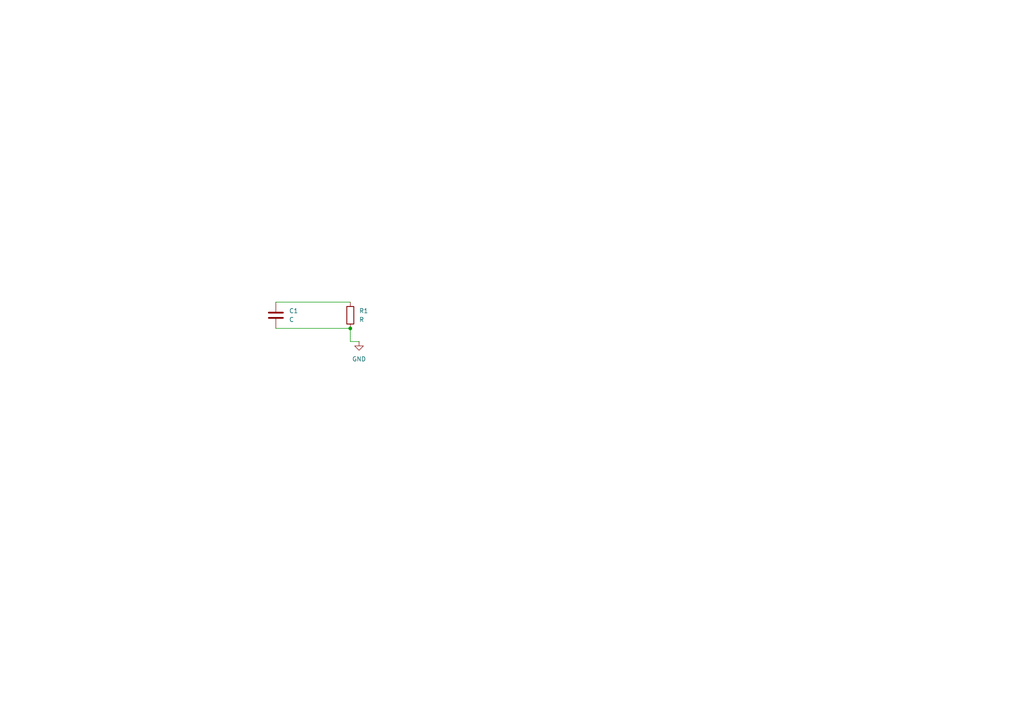
<source format=kicad_sch>
(kicad_sch (version 20250114) (generator "eeschema") (generator_version "9.0")
  (paper "A4")
  (lib_symbols
    (symbol "Device:C" (pin_numbers (hide yes)) (pin_names (offset 0.254))
      (property "Reference" "C" (at 0.635 2.54 0))
      (property "Value" "C" (at 0.635 -2.54 0))
      (symbol "C_0_1"
        (polyline (pts (xy -2.032 0.762) (xy 2.032 0.762)) (stroke (width 0.508)))
        (polyline (pts (xy -2.032 -0.762) (xy 2.032 -0.762)) (stroke (width 0.508)))
      )
      (symbol "C_1_1"
        (pin passive line (at 0 3.81 270) (length 2.794) (name "~") (number "1"))
        (pin passive line (at 0 -3.81 90) (length 2.794) (name "~") (number "2"))
      )
    )
    (symbol "Device:R" (pin_numbers (hide yes)) (pin_names (offset 0))
      (property "Reference" "R" (at 2.032 0 90))
      (property "Value" "R" (at 0 0 90))
      (symbol "R_0_1"
        (rectangle (start -1.016 -2.54) (end 1.016 2.54) (stroke (width 0.254)))
      )
      (symbol "R_1_1"
        (pin passive line (at 0 3.81 270) (length 1.27) (name "~") (number "1"))
        (pin passive line (at 0 -3.81 90) (length 1.27) (name "~") (number "2"))
      )
    )
    (symbol "power:GND" (power) (pin_numbers (hide yes)) (pin_names (offset 0) (hide yes))
      (property "Value" "GND" (at 0 -3.81 0))
      (symbol "GND_0_1"
        (polyline (pts (xy 0 0) (xy 0 -1.27) (xy 1.27 -1.27) (xy 0 -2.54) (xy -1.27 -1.27) (xy 0 -1.27)))
      )
      (symbol "GND_1_1"
        (pin power_in line (at 0 0 270) (length 0) (name "~") (number "1"))
      )
    )
  )
  (junction (at 101.6 95.25))
  (wire (pts (xy 80.01 95.25) (xy 101.6 95.25)))
  (wire (pts (xy 80.01 87.63) (xy 101.6 87.63)))
  (wire (pts (xy 101.6 99.06) (xy 104.14 99.06)))
  (wire (pts (xy 101.6 95.25) (xy 101.6 99.06)))
  (symbol (lib_id "Device:C") (at 80.01 91.44 0) (unit 1)
    (property "Reference" "C1" (at 83.82 90.1699 0) (effects (justify left)))
    (property "Value" "C" (at 83.82 92.7099 0) (effects (justify left)))
    (property "Description" "Unpolarized capacitor" (effects (hide yes)))
  )
  (symbol (lib_id "Device:R") (at 101.6 91.44 0) (unit 1)
    (property "Reference" "R1" (at 104.14 90.1699 0) (effects (justify left)))
    (property "Value" "R" (at 104.14 92.7099 0) (effects (justify left)))
    (property "Description" "Resistor" (effects (hide yes)))
  )
  (symbol (lib_id "power:GND") (at 104.14 99.06 0) (unit 1)
    (property "Reference" "#PWR01" (effects (hide yes)))
    (property "Value" "GND" (at 104.14 104.14 0))
    (property "Description" "Power symbol creates a global label with name \"GND\" , ground" (effects (hide yes)))
  )
)
</source>
